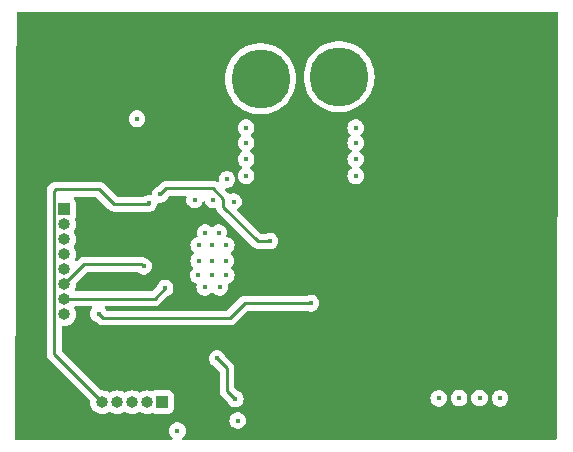
<source format=gbr>
%TF.GenerationSoftware,KiCad,Pcbnew,7.0.9*%
%TF.CreationDate,2023-12-22T17:16:56+01:00*%
%TF.ProjectId,driver_seperate,64726976-6572-45f7-9365-706572617465,rev?*%
%TF.SameCoordinates,Original*%
%TF.FileFunction,Copper,L3,Inr*%
%TF.FilePolarity,Positive*%
%FSLAX46Y46*%
G04 Gerber Fmt 4.6, Leading zero omitted, Abs format (unit mm)*
G04 Created by KiCad (PCBNEW 7.0.9) date 2023-12-22 17:16:56*
%MOMM*%
%LPD*%
G01*
G04 APERTURE LIST*
%TA.AperFunction,ComponentPad*%
%ADD10R,1.000000X1.000000*%
%TD*%
%TA.AperFunction,ComponentPad*%
%ADD11O,1.000000X1.000000*%
%TD*%
%TA.AperFunction,ComponentPad*%
%ADD12C,5.000000*%
%TD*%
%TA.AperFunction,ViaPad*%
%ADD13C,0.400000*%
%TD*%
%TA.AperFunction,Conductor*%
%ADD14C,0.250000*%
%TD*%
G04 APERTURE END LIST*
D10*
%TO.N,/FGOUT*%
%TO.C,J2*%
X147066000Y-111633000D03*
D11*
%TO.N,/PWM*%
X145796000Y-111633000D03*
%TO.N,/BRAKE*%
X144526000Y-111633000D03*
%TO.N,/DIR*%
X143256000Y-111633000D03*
%TO.N,/nFAULT*%
X141986000Y-111633000D03*
%TD*%
D10*
%TO.N,/U*%
%TO.C,J1*%
X138785600Y-95300800D03*
D11*
%TO.N,/V*%
X138785600Y-96570800D03*
%TO.N,/W*%
X138785600Y-97840800D03*
%TO.N,GND*%
X138785600Y-99110800D03*
%TO.N,/H2*%
X138785600Y-100380800D03*
%TO.N,/H1*%
X138785600Y-101650800D03*
%TO.N,/H3*%
X138785600Y-102920800D03*
%TO.N,/SW_BK*%
X138785600Y-104190800D03*
%TD*%
D12*
%TO.N,GND*%
%TO.C,IN-1*%
X162052000Y-84074000D03*
%TD*%
%TO.N,/VM*%
%TO.C,IN+1*%
X155397200Y-84248800D03*
%TD*%
D13*
%TO.N,/AVDD*%
X147472400Y-97942400D03*
X147269200Y-99568000D03*
X159283400Y-109372400D03*
%TO.N,Net-(IC1-ILIM)*%
X151714200Y-107924600D03*
X153263600Y-111353600D03*
%TO.N,Net-(IC1-CP)*%
X156184600Y-97993200D03*
%TO.N,GND*%
X148361400Y-114046000D03*
X153466800Y-113182400D03*
%TO.N,/SW_BK*%
X159664400Y-103251000D03*
%TO.N,/H3*%
X147320000Y-101981000D03*
%TO.N,/H1*%
X145491200Y-100126800D03*
%TO.N,/SW_BK*%
X141681200Y-104140000D03*
%TO.N,Net-(IC1-CP)*%
X146913600Y-94030800D03*
%TO.N,/V*%
X151384000Y-94488000D03*
%TO.N,/W*%
X149809200Y-94488000D03*
%TO.N,/U*%
X153111200Y-94640400D03*
%TO.N,/AVDD*%
X155092400Y-107848400D03*
%TO.N,/nFAULT*%
X145948400Y-94792800D03*
%TO.N,/AVDD*%
X147574000Y-103615500D03*
%TO.N,GND*%
X144932400Y-87630000D03*
X152552400Y-92760800D03*
%TO.N,/AVDD*%
X142036800Y-92405200D03*
X141986000Y-96774000D03*
X141630400Y-99060000D03*
%TO.N,/VM*%
X154178000Y-91059000D03*
X154178000Y-92456000D03*
X154178000Y-89662000D03*
X154178000Y-88392000D03*
%TO.N,GND*%
X163449000Y-88392000D03*
X163449000Y-91059000D03*
X163449000Y-92456000D03*
X163449000Y-89662000D03*
X170484800Y-111302800D03*
X172212000Y-111277400D03*
X173939200Y-111277400D03*
X175666400Y-111302800D03*
X151942800Y-101904800D03*
X150672800Y-101904800D03*
X152501600Y-100888800D03*
X150114000Y-100888800D03*
X151282400Y-100888800D03*
X152450800Y-99669600D03*
X150164800Y-99669600D03*
X151282400Y-99669600D03*
X152501600Y-98348800D03*
X150164800Y-98348800D03*
X151282400Y-98348800D03*
X151841200Y-97282000D03*
X150723600Y-97282000D03*
%TD*%
D14*
%TO.N,Net-(IC1-CP)*%
X155143200Y-97993200D02*
X156184600Y-97993200D01*
X152247600Y-95097600D02*
X155143200Y-97993200D01*
X151384000Y-93522800D02*
X152247600Y-94386400D01*
X147421600Y-93522800D02*
X151384000Y-93522800D01*
X146913600Y-94030800D02*
X147421600Y-93522800D01*
X152247600Y-94386400D02*
X152247600Y-95097600D01*
%TO.N,/H1*%
X145313400Y-99949000D02*
X140487400Y-99949000D01*
X140487400Y-99949000D02*
X138785600Y-101650800D01*
X145491200Y-100126800D02*
X145313400Y-99949000D01*
%TO.N,/SW_BK*%
X154051000Y-103251000D02*
X159664400Y-103251000D01*
X152806400Y-104495600D02*
X154051000Y-103251000D01*
X141681200Y-104140000D02*
X142036800Y-104495600D01*
X142036800Y-104495600D02*
X152806400Y-104495600D01*
%TO.N,/H3*%
X138836400Y-102870000D02*
X138785600Y-102920800D01*
X147320000Y-101981000D02*
X146431000Y-102870000D01*
X146431000Y-102870000D02*
X138836400Y-102870000D01*
%TO.N,Net-(IC1-ILIM)*%
X152552400Y-110642400D02*
X153263600Y-111353600D01*
X152552400Y-108762800D02*
X152552400Y-110642400D01*
X151714200Y-107924600D02*
X152552400Y-108762800D01*
%TO.N,/nFAULT*%
X143002000Y-94869000D02*
X141732000Y-93599000D01*
X145872200Y-94869000D02*
X143002000Y-94869000D01*
X145948400Y-94792800D02*
X145872200Y-94869000D01*
X141732000Y-93599000D02*
X138049000Y-93599000D01*
X137922000Y-93726000D02*
X137922000Y-107569000D01*
X137922000Y-107569000D02*
X141986000Y-111633000D01*
X138049000Y-93599000D02*
X137922000Y-93726000D01*
%TD*%
%TA.AperFunction,Conductor*%
%TO.N,/AVDD*%
G36*
X180536604Y-78581885D02*
G01*
X180582359Y-78634689D01*
X180593564Y-78686634D01*
X180471310Y-113578072D01*
X180467433Y-114684434D01*
X180447514Y-114751405D01*
X180394550Y-114796974D01*
X180343434Y-114808000D01*
X148884606Y-114808000D01*
X148817567Y-114788315D01*
X148771812Y-114735511D01*
X148761868Y-114666353D01*
X148790893Y-114602797D01*
X148802373Y-114591189D01*
X148889583Y-114513929D01*
X148986218Y-114373930D01*
X149046540Y-114214872D01*
X149067045Y-114046000D01*
X149046540Y-113877128D01*
X148986218Y-113718070D01*
X148889583Y-113578071D01*
X148762252Y-113465266D01*
X148762249Y-113465263D01*
X148611626Y-113386210D01*
X148446456Y-113345500D01*
X148276344Y-113345500D01*
X148111173Y-113386210D01*
X147960550Y-113465263D01*
X147833216Y-113578072D01*
X147736582Y-113718068D01*
X147676260Y-113877125D01*
X147676259Y-113877130D01*
X147655755Y-114046000D01*
X147676259Y-114214869D01*
X147676260Y-114214874D01*
X147736582Y-114373931D01*
X147798875Y-114464177D01*
X147833217Y-114513929D01*
X147920422Y-114591185D01*
X147957548Y-114650374D01*
X147956780Y-114720239D01*
X147918363Y-114778599D01*
X147854492Y-114806924D01*
X147838194Y-114808000D01*
X134744435Y-114808000D01*
X134677396Y-114788315D01*
X134631641Y-114735511D01*
X134620436Y-114683566D01*
X134625696Y-113182400D01*
X152761155Y-113182400D01*
X152781659Y-113351269D01*
X152781660Y-113351274D01*
X152841982Y-113510331D01*
X152888741Y-113578072D01*
X152938617Y-113650329D01*
X153015079Y-113718068D01*
X153065950Y-113763136D01*
X153216573Y-113842189D01*
X153216575Y-113842190D01*
X153381744Y-113882900D01*
X153551856Y-113882900D01*
X153717025Y-113842190D01*
X153796492Y-113800481D01*
X153867649Y-113763136D01*
X153867650Y-113763134D01*
X153867652Y-113763134D01*
X153994983Y-113650329D01*
X154091618Y-113510330D01*
X154151940Y-113351272D01*
X154172445Y-113182400D01*
X154151940Y-113013528D01*
X154091618Y-112854470D01*
X153994983Y-112714471D01*
X153867652Y-112601666D01*
X153867649Y-112601663D01*
X153717026Y-112522610D01*
X153551856Y-112481900D01*
X153381744Y-112481900D01*
X153216573Y-112522610D01*
X153065950Y-112601663D01*
X152938616Y-112714472D01*
X152841982Y-112854468D01*
X152781660Y-113013525D01*
X152781659Y-113013530D01*
X152761155Y-113182400D01*
X134625696Y-113182400D01*
X134675407Y-98994918D01*
X134693938Y-93706195D01*
X137291840Y-93706195D01*
X137296225Y-93752583D01*
X137296500Y-93758421D01*
X137296500Y-107486255D01*
X137294775Y-107501872D01*
X137295061Y-107501899D01*
X137294326Y-107509665D01*
X137296500Y-107578814D01*
X137296500Y-107608343D01*
X137296501Y-107608360D01*
X137297368Y-107615231D01*
X137297826Y-107621050D01*
X137299290Y-107667624D01*
X137299291Y-107667627D01*
X137304880Y-107686867D01*
X137308824Y-107705911D01*
X137311336Y-107725791D01*
X137328490Y-107769119D01*
X137330382Y-107774647D01*
X137343381Y-107819388D01*
X137353580Y-107836634D01*
X137362138Y-107854103D01*
X137369514Y-107872732D01*
X137396898Y-107910423D01*
X137400106Y-107915307D01*
X137423827Y-107955416D01*
X137423833Y-107955424D01*
X137437990Y-107969580D01*
X137450628Y-107984376D01*
X137462405Y-108000586D01*
X137462406Y-108000587D01*
X137498309Y-108030288D01*
X137502620Y-108034210D01*
X140096068Y-110627659D01*
X140950014Y-111481605D01*
X140983499Y-111542928D01*
X140985736Y-111581437D01*
X140980659Y-111632997D01*
X140980659Y-111632999D01*
X140999975Y-111829129D01*
X140999976Y-111829132D01*
X141055870Y-112013390D01*
X141057188Y-112017733D01*
X141150086Y-112191532D01*
X141150090Y-112191539D01*
X141275116Y-112343883D01*
X141427460Y-112468909D01*
X141427467Y-112468913D01*
X141601266Y-112561811D01*
X141601269Y-112561811D01*
X141601273Y-112561814D01*
X141789868Y-112619024D01*
X141986000Y-112638341D01*
X142182132Y-112619024D01*
X142370727Y-112561814D01*
X142544538Y-112468910D01*
X142544544Y-112468904D01*
X142549607Y-112465523D01*
X142550703Y-112467164D01*
X142606639Y-112443405D01*
X142675507Y-112455194D01*
X142692148Y-112465888D01*
X142692393Y-112465523D01*
X142697458Y-112468907D01*
X142697462Y-112468910D01*
X142842501Y-112546435D01*
X142869147Y-112560678D01*
X142871273Y-112561814D01*
X143059868Y-112619024D01*
X143256000Y-112638341D01*
X143452132Y-112619024D01*
X143640727Y-112561814D01*
X143814538Y-112468910D01*
X143814544Y-112468904D01*
X143819607Y-112465523D01*
X143820703Y-112467164D01*
X143876639Y-112443405D01*
X143945507Y-112455194D01*
X143962148Y-112465888D01*
X143962393Y-112465523D01*
X143967458Y-112468907D01*
X143967462Y-112468910D01*
X144112501Y-112546435D01*
X144139147Y-112560678D01*
X144141273Y-112561814D01*
X144329868Y-112619024D01*
X144526000Y-112638341D01*
X144722132Y-112619024D01*
X144910727Y-112561814D01*
X145084538Y-112468910D01*
X145084544Y-112468904D01*
X145089607Y-112465523D01*
X145090703Y-112467164D01*
X145146639Y-112443405D01*
X145215507Y-112455194D01*
X145232148Y-112465888D01*
X145232393Y-112465523D01*
X145237458Y-112468907D01*
X145237462Y-112468910D01*
X145382501Y-112546435D01*
X145409147Y-112560678D01*
X145411273Y-112561814D01*
X145599868Y-112619024D01*
X145796000Y-112638341D01*
X145992132Y-112619024D01*
X146180727Y-112561814D01*
X146182853Y-112560677D01*
X146184095Y-112560418D01*
X146186355Y-112559483D01*
X146186532Y-112559911D01*
X146251254Y-112546435D01*
X146315615Y-112570767D01*
X146323669Y-112576796D01*
X146323672Y-112576797D01*
X146458517Y-112627091D01*
X146458516Y-112627091D01*
X146465444Y-112627835D01*
X146518127Y-112633500D01*
X147613872Y-112633499D01*
X147673483Y-112627091D01*
X147808331Y-112576796D01*
X147923546Y-112490546D01*
X148009796Y-112375331D01*
X148060091Y-112240483D01*
X148066500Y-112180873D01*
X148066499Y-111085128D01*
X148061299Y-111036757D01*
X148060091Y-111025516D01*
X148009797Y-110890671D01*
X148009793Y-110890664D01*
X147923547Y-110775455D01*
X147923544Y-110775452D01*
X147808335Y-110689206D01*
X147808328Y-110689202D01*
X147673482Y-110638908D01*
X147673483Y-110638908D01*
X147613883Y-110632501D01*
X147613881Y-110632500D01*
X147613873Y-110632500D01*
X147613864Y-110632500D01*
X146518129Y-110632500D01*
X146518123Y-110632501D01*
X146458516Y-110638908D01*
X146323671Y-110689202D01*
X146323666Y-110689205D01*
X146315614Y-110695233D01*
X146250149Y-110719648D01*
X146186530Y-110706104D01*
X146186359Y-110706518D01*
X146184123Y-110705592D01*
X146182850Y-110705321D01*
X146180729Y-110704187D01*
X146180728Y-110704186D01*
X146180727Y-110704186D01*
X145992132Y-110646976D01*
X145992129Y-110646975D01*
X145796000Y-110627659D01*
X145599870Y-110646975D01*
X145411266Y-110704188D01*
X145237467Y-110797086D01*
X145232399Y-110800473D01*
X145231305Y-110798836D01*
X145175337Y-110822596D01*
X145106471Y-110810795D01*
X145089843Y-110800109D01*
X145089601Y-110800473D01*
X145084532Y-110797086D01*
X144910733Y-110704188D01*
X144910727Y-110704186D01*
X144784997Y-110666046D01*
X144722129Y-110646975D01*
X144526000Y-110627659D01*
X144329870Y-110646975D01*
X144141266Y-110704188D01*
X143967467Y-110797086D01*
X143962399Y-110800473D01*
X143961305Y-110798836D01*
X143905337Y-110822596D01*
X143836471Y-110810795D01*
X143819843Y-110800109D01*
X143819601Y-110800473D01*
X143814532Y-110797086D01*
X143640733Y-110704188D01*
X143640727Y-110704186D01*
X143514997Y-110666046D01*
X143452129Y-110646975D01*
X143256000Y-110627659D01*
X143059870Y-110646975D01*
X142871266Y-110704188D01*
X142697467Y-110797086D01*
X142692399Y-110800473D01*
X142691305Y-110798836D01*
X142635337Y-110822596D01*
X142566471Y-110810795D01*
X142549843Y-110800109D01*
X142549601Y-110800473D01*
X142544532Y-110797086D01*
X142370733Y-110704188D01*
X142370727Y-110704186D01*
X142244997Y-110666046D01*
X142182129Y-110646975D01*
X141986000Y-110627659D01*
X141934439Y-110632737D01*
X141865793Y-110619718D01*
X141834605Y-110597015D01*
X139162191Y-107924600D01*
X151008555Y-107924600D01*
X151029059Y-108093469D01*
X151029060Y-108093474D01*
X151089382Y-108252531D01*
X151123190Y-108301509D01*
X151186017Y-108392529D01*
X151313348Y-108505334D01*
X151463975Y-108584390D01*
X151464145Y-108584432D01*
X151464268Y-108584501D01*
X151470991Y-108587051D01*
X151470603Y-108588073D01*
X151522159Y-108617149D01*
X151890581Y-108985571D01*
X151924066Y-109046894D01*
X151926900Y-109073252D01*
X151926900Y-110559655D01*
X151925175Y-110575272D01*
X151925461Y-110575299D01*
X151924726Y-110583065D01*
X151926900Y-110652214D01*
X151926900Y-110681743D01*
X151926901Y-110681760D01*
X151927768Y-110688631D01*
X151928226Y-110694450D01*
X151929690Y-110741024D01*
X151929691Y-110741027D01*
X151935280Y-110760267D01*
X151939224Y-110779311D01*
X151941736Y-110799192D01*
X151945806Y-110809471D01*
X151958890Y-110842519D01*
X151960782Y-110848047D01*
X151973781Y-110892788D01*
X151983980Y-110910034D01*
X151992538Y-110927503D01*
X151999914Y-110946132D01*
X152027298Y-110983823D01*
X152030506Y-110988707D01*
X152054227Y-111028816D01*
X152054233Y-111028824D01*
X152068390Y-111042980D01*
X152081028Y-111057776D01*
X152092805Y-111073986D01*
X152092806Y-111073987D01*
X152128709Y-111103688D01*
X152133020Y-111107610D01*
X152379010Y-111353600D01*
X152578318Y-111552908D01*
X152606579Y-111596618D01*
X152638782Y-111681530D01*
X152638782Y-111681531D01*
X152700351Y-111770727D01*
X152735417Y-111821529D01*
X152805409Y-111883536D01*
X152862750Y-111934336D01*
X152994150Y-112003300D01*
X153013375Y-112013390D01*
X153178544Y-112054100D01*
X153348656Y-112054100D01*
X153513825Y-112013390D01*
X153610617Y-111962589D01*
X153664449Y-111934336D01*
X153664450Y-111934334D01*
X153664452Y-111934334D01*
X153791783Y-111821529D01*
X153888418Y-111681530D01*
X153948740Y-111522472D01*
X153969245Y-111353600D01*
X153963077Y-111302800D01*
X169779155Y-111302800D01*
X169799659Y-111471669D01*
X169799660Y-111471674D01*
X169859982Y-111630731D01*
X169922275Y-111720977D01*
X169956617Y-111770729D01*
X170062305Y-111864360D01*
X170083950Y-111883536D01*
X170234573Y-111962589D01*
X170234575Y-111962590D01*
X170399744Y-112003300D01*
X170569856Y-112003300D01*
X170735025Y-111962590D01*
X170814492Y-111920881D01*
X170885649Y-111883536D01*
X170885650Y-111883534D01*
X170885652Y-111883534D01*
X171012983Y-111770729D01*
X171109618Y-111630730D01*
X171169940Y-111471672D01*
X171190445Y-111302800D01*
X171187361Y-111277400D01*
X171506355Y-111277400D01*
X171526859Y-111446269D01*
X171526860Y-111446274D01*
X171587182Y-111605331D01*
X171606281Y-111633000D01*
X171683817Y-111745329D01*
X171789505Y-111838960D01*
X171811150Y-111858136D01*
X171956333Y-111934334D01*
X171961775Y-111937190D01*
X172126944Y-111977900D01*
X172297056Y-111977900D01*
X172462225Y-111937190D01*
X172564457Y-111883534D01*
X172612849Y-111858136D01*
X172612850Y-111858134D01*
X172612852Y-111858134D01*
X172740183Y-111745329D01*
X172836818Y-111605330D01*
X172897140Y-111446272D01*
X172917645Y-111277400D01*
X173233555Y-111277400D01*
X173254059Y-111446269D01*
X173254060Y-111446274D01*
X173314382Y-111605331D01*
X173333481Y-111633000D01*
X173411017Y-111745329D01*
X173516705Y-111838960D01*
X173538350Y-111858136D01*
X173683533Y-111934334D01*
X173688975Y-111937190D01*
X173854144Y-111977900D01*
X174024256Y-111977900D01*
X174189425Y-111937190D01*
X174291657Y-111883534D01*
X174340049Y-111858136D01*
X174340050Y-111858134D01*
X174340052Y-111858134D01*
X174467383Y-111745329D01*
X174564018Y-111605330D01*
X174624340Y-111446272D01*
X174641761Y-111302800D01*
X174960755Y-111302800D01*
X174981259Y-111471669D01*
X174981260Y-111471674D01*
X175041582Y-111630731D01*
X175103875Y-111720977D01*
X175138217Y-111770729D01*
X175243905Y-111864360D01*
X175265550Y-111883536D01*
X175416173Y-111962589D01*
X175416175Y-111962590D01*
X175581344Y-112003300D01*
X175751456Y-112003300D01*
X175916625Y-111962590D01*
X175996092Y-111920881D01*
X176067249Y-111883536D01*
X176067250Y-111883534D01*
X176067252Y-111883534D01*
X176194583Y-111770729D01*
X176291218Y-111630730D01*
X176351540Y-111471672D01*
X176372045Y-111302800D01*
X176351540Y-111133928D01*
X176291218Y-110974870D01*
X176271381Y-110946132D01*
X176233094Y-110890664D01*
X176194583Y-110834871D01*
X176067252Y-110722066D01*
X176067249Y-110722063D01*
X175916626Y-110643010D01*
X175751456Y-110602300D01*
X175581344Y-110602300D01*
X175416173Y-110643010D01*
X175265550Y-110722063D01*
X175138216Y-110834872D01*
X175041582Y-110974868D01*
X174981260Y-111133925D01*
X174981259Y-111133930D01*
X174960755Y-111302800D01*
X174641761Y-111302800D01*
X174644845Y-111277400D01*
X174624340Y-111108528D01*
X174622504Y-111103688D01*
X174564017Y-110949468D01*
X174494010Y-110848047D01*
X174467383Y-110809471D01*
X174351173Y-110706518D01*
X174340049Y-110696663D01*
X174189426Y-110617610D01*
X174024256Y-110576900D01*
X173854144Y-110576900D01*
X173688973Y-110617610D01*
X173538350Y-110696663D01*
X173411016Y-110809472D01*
X173314382Y-110949468D01*
X173254060Y-111108525D01*
X173254059Y-111108530D01*
X173233555Y-111277400D01*
X172917645Y-111277400D01*
X172897140Y-111108528D01*
X172895304Y-111103688D01*
X172836817Y-110949468D01*
X172766810Y-110848047D01*
X172740183Y-110809471D01*
X172623973Y-110706518D01*
X172612849Y-110696663D01*
X172462226Y-110617610D01*
X172297056Y-110576900D01*
X172126944Y-110576900D01*
X171961773Y-110617610D01*
X171811150Y-110696663D01*
X171683816Y-110809472D01*
X171587182Y-110949468D01*
X171526860Y-111108525D01*
X171526859Y-111108530D01*
X171506355Y-111277400D01*
X171187361Y-111277400D01*
X171169940Y-111133928D01*
X171109618Y-110974870D01*
X171089781Y-110946132D01*
X171051494Y-110890664D01*
X171012983Y-110834871D01*
X170885652Y-110722066D01*
X170885649Y-110722063D01*
X170735026Y-110643010D01*
X170569856Y-110602300D01*
X170399744Y-110602300D01*
X170234573Y-110643010D01*
X170083950Y-110722063D01*
X169956616Y-110834872D01*
X169859982Y-110974868D01*
X169799660Y-111133925D01*
X169799659Y-111133930D01*
X169779155Y-111302800D01*
X153963077Y-111302800D01*
X153948740Y-111184728D01*
X153888418Y-111025670D01*
X153888312Y-111025517D01*
X153853352Y-110974868D01*
X153791783Y-110885671D01*
X153671735Y-110779318D01*
X153664449Y-110772863D01*
X153513828Y-110693811D01*
X153513824Y-110693809D01*
X153513635Y-110693763D01*
X153513499Y-110693686D01*
X153506816Y-110691152D01*
X153507201Y-110690134D01*
X153455641Y-110661050D01*
X153214219Y-110419628D01*
X153180734Y-110358305D01*
X153177900Y-110331947D01*
X153177900Y-108845542D01*
X153179624Y-108829922D01*
X153179339Y-108829896D01*
X153180071Y-108822140D01*
X153180073Y-108822133D01*
X153177900Y-108752985D01*
X153177900Y-108723450D01*
X153177031Y-108716572D01*
X153176572Y-108710743D01*
X153175109Y-108664172D01*
X153169522Y-108644944D01*
X153165574Y-108625884D01*
X153163063Y-108606004D01*
X153145912Y-108562687D01*
X153144019Y-108557158D01*
X153131018Y-108512409D01*
X153131016Y-108512406D01*
X153120823Y-108495171D01*
X153112261Y-108477694D01*
X153104887Y-108459070D01*
X153104886Y-108459068D01*
X153077479Y-108421345D01*
X153074288Y-108416486D01*
X153050572Y-108376383D01*
X153050565Y-108376374D01*
X153036406Y-108362215D01*
X153023768Y-108347419D01*
X153011994Y-108331213D01*
X152976088Y-108301509D01*
X152971776Y-108297586D01*
X152399480Y-107725289D01*
X152371219Y-107681579D01*
X152347156Y-107618130D01*
X152339018Y-107596670D01*
X152242383Y-107456671D01*
X152147516Y-107372626D01*
X152115049Y-107343863D01*
X151964426Y-107264810D01*
X151799256Y-107224100D01*
X151629144Y-107224100D01*
X151463973Y-107264810D01*
X151313350Y-107343863D01*
X151186016Y-107456672D01*
X151089382Y-107596668D01*
X151029060Y-107755725D01*
X151029059Y-107755730D01*
X151008555Y-107924600D01*
X139162191Y-107924600D01*
X138583819Y-107346228D01*
X138550334Y-107284905D01*
X138547500Y-107258547D01*
X138547500Y-105309503D01*
X138567185Y-105242464D01*
X138619989Y-105196709D01*
X138683652Y-105186100D01*
X138785600Y-105196141D01*
X138981732Y-105176824D01*
X139170327Y-105119614D01*
X139172769Y-105118309D01*
X139283080Y-105059346D01*
X139344138Y-105026710D01*
X139496483Y-104901683D01*
X139621510Y-104749338D01*
X139714414Y-104575527D01*
X139771624Y-104386932D01*
X139790941Y-104190800D01*
X139771624Y-103994668D01*
X139714414Y-103806073D01*
X139645931Y-103677951D01*
X139631690Y-103609551D01*
X139656690Y-103544307D01*
X139712994Y-103502936D01*
X139755290Y-103495500D01*
X141038633Y-103495500D01*
X141105672Y-103515185D01*
X141151427Y-103567989D01*
X141161371Y-103637147D01*
X141140683Y-103689940D01*
X141056382Y-103812068D01*
X140996060Y-103971125D01*
X140996059Y-103971130D01*
X140975555Y-104140000D01*
X140996059Y-104308869D01*
X140996060Y-104308874D01*
X141056382Y-104467931D01*
X141118675Y-104558177D01*
X141153017Y-104607929D01*
X141280348Y-104720734D01*
X141430975Y-104799790D01*
X141431146Y-104799832D01*
X141431269Y-104799901D01*
X141437993Y-104802452D01*
X141437605Y-104803474D01*
X141489156Y-104832548D01*
X141535995Y-104879386D01*
X141545820Y-104891649D01*
X141546042Y-104891467D01*
X141551015Y-104897479D01*
X141601435Y-104944825D01*
X141622330Y-104965721D01*
X141627807Y-104969970D01*
X141632248Y-104973763D01*
X141666211Y-105005656D01*
X141666213Y-105005657D01*
X141666218Y-105005662D01*
X141683776Y-105015314D01*
X141700035Y-105025995D01*
X141715864Y-105038273D01*
X141758638Y-105056782D01*
X141763856Y-105059338D01*
X141804708Y-105081797D01*
X141824116Y-105086780D01*
X141842517Y-105093080D01*
X141860904Y-105101037D01*
X141904288Y-105107908D01*
X141906919Y-105108325D01*
X141912639Y-105109509D01*
X141957781Y-105121100D01*
X141977816Y-105121100D01*
X141997214Y-105122626D01*
X142016994Y-105125759D01*
X142016995Y-105125760D01*
X142016995Y-105125759D01*
X142016996Y-105125760D01*
X142063384Y-105121375D01*
X142069222Y-105121100D01*
X152723657Y-105121100D01*
X152739277Y-105122824D01*
X152739304Y-105122539D01*
X152747060Y-105123271D01*
X152747067Y-105123273D01*
X152816214Y-105121100D01*
X152845750Y-105121100D01*
X152852628Y-105120230D01*
X152858441Y-105119772D01*
X152905027Y-105118309D01*
X152924269Y-105112717D01*
X152943312Y-105108774D01*
X152963192Y-105106264D01*
X153006522Y-105089107D01*
X153012046Y-105087217D01*
X153015796Y-105086127D01*
X153056790Y-105074218D01*
X153074029Y-105064022D01*
X153091503Y-105055462D01*
X153110127Y-105048088D01*
X153110127Y-105048087D01*
X153110132Y-105048086D01*
X153147849Y-105020682D01*
X153152705Y-105017492D01*
X153192820Y-104993770D01*
X153206989Y-104979599D01*
X153221779Y-104966968D01*
X153237987Y-104955194D01*
X153267699Y-104919276D01*
X153271612Y-104914976D01*
X154273772Y-103912819D01*
X154335095Y-103879334D01*
X154361453Y-103876500D01*
X159318279Y-103876500D01*
X159375904Y-103890703D01*
X159414175Y-103910790D01*
X159579344Y-103951500D01*
X159749456Y-103951500D01*
X159914625Y-103910790D01*
X160029659Y-103850415D01*
X160065249Y-103831736D01*
X160065250Y-103831734D01*
X160065252Y-103831734D01*
X160192583Y-103718929D01*
X160289218Y-103578930D01*
X160349540Y-103419872D01*
X160370045Y-103251000D01*
X160349540Y-103082128D01*
X160289218Y-102923070D01*
X160192583Y-102783071D01*
X160068958Y-102673549D01*
X160065249Y-102670263D01*
X159914626Y-102591210D01*
X159749456Y-102550500D01*
X159579344Y-102550500D01*
X159414175Y-102591209D01*
X159389162Y-102604337D01*
X159375904Y-102611296D01*
X159318279Y-102625500D01*
X154133737Y-102625500D01*
X154118120Y-102623776D01*
X154118093Y-102624062D01*
X154110331Y-102623327D01*
X154041203Y-102625500D01*
X154011650Y-102625500D01*
X154010929Y-102625590D01*
X154004757Y-102626369D01*
X153998945Y-102626826D01*
X153952373Y-102628290D01*
X153952372Y-102628290D01*
X153933129Y-102633881D01*
X153914079Y-102637825D01*
X153894211Y-102640334D01*
X153894209Y-102640335D01*
X153850884Y-102657488D01*
X153845357Y-102659380D01*
X153800610Y-102672381D01*
X153800609Y-102672382D01*
X153783367Y-102682579D01*
X153765899Y-102691137D01*
X153747269Y-102698513D01*
X153747267Y-102698514D01*
X153709576Y-102725898D01*
X153704694Y-102729105D01*
X153664579Y-102752830D01*
X153650408Y-102767000D01*
X153635623Y-102779628D01*
X153619412Y-102791407D01*
X153589709Y-102827310D01*
X153585776Y-102831631D01*
X153070304Y-103347105D01*
X152583628Y-103833781D01*
X152522305Y-103867266D01*
X152495947Y-103870100D01*
X142411153Y-103870100D01*
X142344114Y-103850415D01*
X142309103Y-103816540D01*
X142306016Y-103812068D01*
X142221716Y-103689939D01*
X142199834Y-103623586D01*
X142217299Y-103555934D01*
X142268567Y-103508464D01*
X142323767Y-103495500D01*
X146348257Y-103495500D01*
X146363877Y-103497224D01*
X146363904Y-103496939D01*
X146371660Y-103497671D01*
X146371667Y-103497673D01*
X146440814Y-103495500D01*
X146470350Y-103495500D01*
X146477228Y-103494630D01*
X146483041Y-103494172D01*
X146529627Y-103492709D01*
X146548869Y-103487117D01*
X146567912Y-103483174D01*
X146587792Y-103480664D01*
X146631122Y-103463507D01*
X146636646Y-103461617D01*
X146640396Y-103460527D01*
X146681390Y-103448618D01*
X146698629Y-103438422D01*
X146716103Y-103429862D01*
X146734727Y-103422488D01*
X146734727Y-103422487D01*
X146734732Y-103422486D01*
X146772449Y-103395082D01*
X146777305Y-103391892D01*
X146817420Y-103368170D01*
X146831589Y-103353999D01*
X146846379Y-103341368D01*
X146862587Y-103329594D01*
X146892299Y-103293676D01*
X146896212Y-103289376D01*
X147512042Y-102673547D01*
X147563597Y-102644474D01*
X147563209Y-102643451D01*
X147569940Y-102640897D01*
X147570059Y-102640830D01*
X147570225Y-102640790D01*
X147720852Y-102561734D01*
X147848183Y-102448929D01*
X147944818Y-102308930D01*
X148005140Y-102149872D01*
X148025645Y-101981000D01*
X148005140Y-101812128D01*
X147944818Y-101653070D01*
X147848183Y-101513071D01*
X147720852Y-101400266D01*
X147720849Y-101400263D01*
X147570226Y-101321210D01*
X147405056Y-101280500D01*
X147234944Y-101280500D01*
X147069773Y-101321210D01*
X146919150Y-101400263D01*
X146791816Y-101513072D01*
X146695183Y-101653067D01*
X146662979Y-101737981D01*
X146634718Y-101781690D01*
X146208228Y-102208181D01*
X146146905Y-102241666D01*
X146120547Y-102244500D01*
X139809597Y-102244500D01*
X139742558Y-102224815D01*
X139696803Y-102172011D01*
X139686859Y-102102853D01*
X139700239Y-102062046D01*
X139714412Y-102035530D01*
X139714414Y-102035527D01*
X139771624Y-101846932D01*
X139790941Y-101650800D01*
X139785862Y-101599237D01*
X139798880Y-101530594D01*
X139821581Y-101499407D01*
X140432189Y-100888800D01*
X149408355Y-100888800D01*
X149428859Y-101057669D01*
X149428860Y-101057674D01*
X149489182Y-101216731D01*
X149551475Y-101306977D01*
X149585817Y-101356729D01*
X149691505Y-101450360D01*
X149713150Y-101469536D01*
X149863774Y-101548590D01*
X149889957Y-101555043D01*
X149906141Y-101559032D01*
X149966522Y-101594187D01*
X149998312Y-101656406D01*
X149992413Y-101723393D01*
X149987661Y-101735924D01*
X149987659Y-101735930D01*
X149967155Y-101904800D01*
X149987659Y-102073669D01*
X149987660Y-102073674D01*
X150047982Y-102232731D01*
X150056106Y-102244500D01*
X150144617Y-102372729D01*
X150250305Y-102466360D01*
X150271950Y-102485536D01*
X150395729Y-102550500D01*
X150422575Y-102564590D01*
X150587744Y-102605300D01*
X150757856Y-102605300D01*
X150923025Y-102564590D01*
X151002492Y-102522881D01*
X151073649Y-102485536D01*
X151073650Y-102485534D01*
X151073652Y-102485534D01*
X151200983Y-102372729D01*
X151205750Y-102365821D01*
X151260030Y-102321833D01*
X151329478Y-102314172D01*
X151392044Y-102345273D01*
X151409846Y-102365817D01*
X151414617Y-102372729D01*
X151500627Y-102448927D01*
X151541950Y-102485536D01*
X151665729Y-102550500D01*
X151692575Y-102564590D01*
X151857744Y-102605300D01*
X152027856Y-102605300D01*
X152193025Y-102564590D01*
X152272492Y-102522881D01*
X152343649Y-102485536D01*
X152343650Y-102485534D01*
X152343652Y-102485534D01*
X152470983Y-102372729D01*
X152567618Y-102232730D01*
X152627940Y-102073672D01*
X152648445Y-101904800D01*
X152627940Y-101735928D01*
X152623187Y-101723397D01*
X152617822Y-101653735D01*
X152650971Y-101592229D01*
X152709456Y-101559032D01*
X152751825Y-101548590D01*
X152786113Y-101530594D01*
X152902449Y-101469536D01*
X152902450Y-101469534D01*
X152902452Y-101469534D01*
X153029783Y-101356729D01*
X153126418Y-101216730D01*
X153186740Y-101057672D01*
X153207245Y-100888800D01*
X153186740Y-100719928D01*
X153182040Y-100707536D01*
X153139258Y-100594727D01*
X153126418Y-100560870D01*
X153029783Y-100420871D01*
X153029781Y-100420869D01*
X152949236Y-100349512D01*
X152912109Y-100290323D01*
X152912877Y-100220457D01*
X152949234Y-100163883D01*
X152978983Y-100137529D01*
X153075618Y-99997530D01*
X153135940Y-99838472D01*
X153156445Y-99669600D01*
X153135940Y-99500728D01*
X153131645Y-99489404D01*
X153086507Y-99370382D01*
X153075618Y-99341670D01*
X153073317Y-99338337D01*
X152983470Y-99208172D01*
X152978983Y-99201671D01*
X152952773Y-99178451D01*
X152891281Y-99123973D01*
X152854154Y-99064784D01*
X152854922Y-98994918D01*
X152893340Y-98936559D01*
X152902058Y-98929881D01*
X152902446Y-98929536D01*
X152902452Y-98929534D01*
X153029783Y-98816729D01*
X153126418Y-98676730D01*
X153186740Y-98517672D01*
X153207245Y-98348800D01*
X153186740Y-98179928D01*
X153126418Y-98020870D01*
X153029783Y-97880871D01*
X152902452Y-97768066D01*
X152902449Y-97768063D01*
X152751826Y-97689010D01*
X152598922Y-97651323D01*
X152538541Y-97616167D01*
X152506753Y-97553947D01*
X152512654Y-97486957D01*
X152526340Y-97450872D01*
X152546845Y-97282000D01*
X152526340Y-97113128D01*
X152466018Y-96954070D01*
X152369383Y-96814071D01*
X152242052Y-96701266D01*
X152242049Y-96701263D01*
X152091426Y-96622210D01*
X151926256Y-96581500D01*
X151756144Y-96581500D01*
X151590973Y-96622210D01*
X151440350Y-96701263D01*
X151364627Y-96768349D01*
X151301394Y-96798070D01*
X151232130Y-96788886D01*
X151200173Y-96768349D01*
X151124449Y-96701263D01*
X150973826Y-96622210D01*
X150808656Y-96581500D01*
X150638544Y-96581500D01*
X150473373Y-96622210D01*
X150322750Y-96701263D01*
X150195416Y-96814072D01*
X150098782Y-96954068D01*
X150038460Y-97113125D01*
X150038459Y-97113130D01*
X150017955Y-97282000D01*
X150038459Y-97450869D01*
X150038461Y-97450877D01*
X150060829Y-97509857D01*
X150066196Y-97579520D01*
X150033048Y-97641026D01*
X149974563Y-97674224D01*
X149914572Y-97689010D01*
X149763950Y-97768063D01*
X149636616Y-97880872D01*
X149539982Y-98020868D01*
X149479660Y-98179925D01*
X149479659Y-98179930D01*
X149459155Y-98348800D01*
X149479659Y-98517669D01*
X149479660Y-98517674D01*
X149539982Y-98676731D01*
X149636618Y-98816730D01*
X149749105Y-98916385D01*
X149786232Y-98975574D01*
X149785464Y-99045439D01*
X149749105Y-99102015D01*
X149636618Y-99201669D01*
X149539982Y-99341668D01*
X149479660Y-99500725D01*
X149479659Y-99500730D01*
X149459155Y-99669600D01*
X149479659Y-99838469D01*
X149479660Y-99838474D01*
X149539982Y-99997531D01*
X149580599Y-100056374D01*
X149636617Y-100137529D01*
X149666363Y-100163882D01*
X149703490Y-100223071D01*
X149702722Y-100292936D01*
X149666364Y-100349512D01*
X149585816Y-100420871D01*
X149489182Y-100560868D01*
X149428860Y-100719925D01*
X149428859Y-100719930D01*
X149408355Y-100888800D01*
X140432189Y-100888800D01*
X140710171Y-100610819D01*
X140771494Y-100577334D01*
X140797852Y-100574500D01*
X144893156Y-100574500D01*
X144960195Y-100594185D01*
X144975383Y-100605684D01*
X145090350Y-100707536D01*
X145240973Y-100786589D01*
X145240975Y-100786590D01*
X145406144Y-100827300D01*
X145576256Y-100827300D01*
X145741425Y-100786590D01*
X145868434Y-100719930D01*
X145892049Y-100707536D01*
X145892050Y-100707534D01*
X145892052Y-100707534D01*
X146019383Y-100594729D01*
X146116018Y-100454730D01*
X146176340Y-100295672D01*
X146196845Y-100126800D01*
X146176340Y-99957928D01*
X146116018Y-99798870D01*
X146019383Y-99658871D01*
X145892052Y-99546066D01*
X145892049Y-99546063D01*
X145741425Y-99467009D01*
X145741421Y-99467008D01*
X145735603Y-99465574D01*
X145691629Y-99441676D01*
X145690289Y-99443521D01*
X145683977Y-99438934D01*
X145666429Y-99429288D01*
X145650163Y-99418604D01*
X145634333Y-99406325D01*
X145591568Y-99387818D01*
X145586322Y-99385248D01*
X145545493Y-99362803D01*
X145545492Y-99362802D01*
X145526093Y-99357822D01*
X145507681Y-99351518D01*
X145489298Y-99343562D01*
X145489292Y-99343560D01*
X145443274Y-99336272D01*
X145437552Y-99335087D01*
X145392421Y-99323500D01*
X145392419Y-99323500D01*
X145372384Y-99323500D01*
X145352986Y-99321973D01*
X145345562Y-99320797D01*
X145333205Y-99318840D01*
X145333204Y-99318840D01*
X145286816Y-99323225D01*
X145280978Y-99323500D01*
X140570143Y-99323500D01*
X140554522Y-99321775D01*
X140554495Y-99322061D01*
X140546733Y-99321326D01*
X140477572Y-99323500D01*
X140448049Y-99323500D01*
X140441178Y-99324367D01*
X140435359Y-99324825D01*
X140388774Y-99326289D01*
X140388768Y-99326290D01*
X140369526Y-99331880D01*
X140350487Y-99335823D01*
X140330617Y-99338334D01*
X140330603Y-99338337D01*
X140287283Y-99355488D01*
X140281758Y-99357380D01*
X140237013Y-99370380D01*
X140237010Y-99370381D01*
X140219766Y-99380579D01*
X140202305Y-99389133D01*
X140183674Y-99396510D01*
X140183662Y-99396517D01*
X140145970Y-99423902D01*
X140141087Y-99427109D01*
X140100980Y-99450829D01*
X140086814Y-99464995D01*
X140072024Y-99477627D01*
X140055814Y-99489404D01*
X140055811Y-99489407D01*
X140026110Y-99525309D01*
X140022177Y-99529631D01*
X139912952Y-99638856D01*
X139851629Y-99672341D01*
X139781937Y-99667357D01*
X139726004Y-99625485D01*
X139701587Y-99560021D01*
X139713959Y-99501936D01*
X139712082Y-99501159D01*
X139714409Y-99495539D01*
X139714410Y-99495532D01*
X139714414Y-99495527D01*
X139771624Y-99306932D01*
X139790941Y-99110800D01*
X139771624Y-98914668D01*
X139714414Y-98726073D01*
X139621510Y-98552262D01*
X139621507Y-98552258D01*
X139618123Y-98547193D01*
X139619764Y-98546096D01*
X139596005Y-98490161D01*
X139607794Y-98421293D01*
X139618488Y-98404651D01*
X139618123Y-98404407D01*
X139621504Y-98399344D01*
X139621510Y-98399338D01*
X139714414Y-98225527D01*
X139771624Y-98036932D01*
X139790941Y-97840800D01*
X139771624Y-97644668D01*
X139714414Y-97456073D01*
X139711632Y-97450869D01*
X139701586Y-97432075D01*
X139621510Y-97282262D01*
X139621507Y-97282258D01*
X139618123Y-97277193D01*
X139619764Y-97276096D01*
X139596005Y-97220161D01*
X139607794Y-97151293D01*
X139618488Y-97134651D01*
X139618123Y-97134407D01*
X139621504Y-97129344D01*
X139621510Y-97129338D01*
X139714414Y-96955527D01*
X139771624Y-96766932D01*
X139790941Y-96570800D01*
X139771624Y-96374668D01*
X139714414Y-96186073D01*
X139713277Y-96183946D01*
X139713018Y-96182704D01*
X139712083Y-96180445D01*
X139712511Y-96180267D01*
X139699035Y-96115546D01*
X139723371Y-96051179D01*
X139729396Y-96043131D01*
X139779691Y-95908283D01*
X139786100Y-95848673D01*
X139786099Y-94752928D01*
X139779691Y-94693317D01*
X139779553Y-94692948D01*
X139729397Y-94558471D01*
X139729393Y-94558464D01*
X139643147Y-94443255D01*
X139636875Y-94436983D01*
X139639289Y-94434568D01*
X139607297Y-94391816D01*
X139602323Y-94322123D01*
X139635817Y-94260805D01*
X139697146Y-94227330D01*
X139723485Y-94224500D01*
X141421548Y-94224500D01*
X141488587Y-94244185D01*
X141509228Y-94260818D01*
X142014505Y-94766096D01*
X142501197Y-95252788D01*
X142511022Y-95265051D01*
X142511243Y-95264869D01*
X142516214Y-95270878D01*
X142542217Y-95295295D01*
X142566635Y-95318226D01*
X142587529Y-95339120D01*
X142593011Y-95343373D01*
X142597443Y-95347157D01*
X142631418Y-95379062D01*
X142648976Y-95388714D01*
X142665235Y-95399395D01*
X142681064Y-95411673D01*
X142723838Y-95430182D01*
X142729056Y-95432738D01*
X142769908Y-95455197D01*
X142789316Y-95460180D01*
X142807717Y-95466480D01*
X142826104Y-95474437D01*
X142869488Y-95481308D01*
X142872119Y-95481725D01*
X142877839Y-95482909D01*
X142922981Y-95494500D01*
X142943016Y-95494500D01*
X142962414Y-95496026D01*
X142982194Y-95499159D01*
X142982195Y-95499160D01*
X142982195Y-95499159D01*
X142982196Y-95499160D01*
X143028584Y-95494775D01*
X143034422Y-95494500D01*
X145789457Y-95494500D01*
X145805077Y-95496224D01*
X145805104Y-95495939D01*
X145812860Y-95496671D01*
X145812867Y-95496673D01*
X145882014Y-95494500D01*
X145911550Y-95494500D01*
X145911553Y-95494499D01*
X145911560Y-95494499D01*
X145917171Y-95493790D01*
X145924953Y-95493300D01*
X146033456Y-95493300D01*
X146198625Y-95452590D01*
X146299977Y-95399396D01*
X146349249Y-95373536D01*
X146349250Y-95373534D01*
X146349252Y-95373534D01*
X146476583Y-95260729D01*
X146573218Y-95120730D01*
X146633540Y-94961672D01*
X146649495Y-94830271D01*
X146677115Y-94766096D01*
X146735049Y-94727039D01*
X146802264Y-94724823D01*
X146811256Y-94727039D01*
X146828542Y-94731299D01*
X146828543Y-94731300D01*
X146828544Y-94731300D01*
X146998656Y-94731300D01*
X147163825Y-94690590D01*
X147259453Y-94640400D01*
X147314449Y-94611536D01*
X147314450Y-94611534D01*
X147314452Y-94611534D01*
X147441783Y-94498729D01*
X147538418Y-94358730D01*
X147570619Y-94273820D01*
X147598881Y-94230109D01*
X147644375Y-94184617D01*
X147705699Y-94151133D01*
X147732054Y-94148300D01*
X149009202Y-94148300D01*
X149076241Y-94167985D01*
X149121996Y-94220789D01*
X149131940Y-94289947D01*
X149125142Y-94316275D01*
X149124061Y-94319124D01*
X149124059Y-94319130D01*
X149103555Y-94488000D01*
X149124059Y-94656869D01*
X149124060Y-94656874D01*
X149184382Y-94815931D01*
X149246675Y-94906177D01*
X149281017Y-94955929D01*
X149386705Y-95049560D01*
X149408350Y-95068736D01*
X149558973Y-95147789D01*
X149558975Y-95147790D01*
X149724144Y-95188500D01*
X149894256Y-95188500D01*
X150059425Y-95147790D01*
X150138892Y-95106081D01*
X150210049Y-95068736D01*
X150210050Y-95068734D01*
X150210052Y-95068734D01*
X150337383Y-94955929D01*
X150434018Y-94815930D01*
X150480658Y-94692947D01*
X150522835Y-94637246D01*
X150588433Y-94613188D01*
X150656623Y-94628415D01*
X150705757Y-94678090D01*
X150712539Y-94692943D01*
X150734803Y-94751648D01*
X150759182Y-94815931D01*
X150821475Y-94906177D01*
X150855817Y-94955929D01*
X150961505Y-95049560D01*
X150983150Y-95068736D01*
X151133773Y-95147789D01*
X151133775Y-95147790D01*
X151298944Y-95188500D01*
X151469054Y-95188500D01*
X151469056Y-95188500D01*
X151493126Y-95182567D01*
X151562927Y-95185636D01*
X151619990Y-95225955D01*
X151638093Y-95257317D01*
X151654089Y-95297718D01*
X151655982Y-95303246D01*
X151668981Y-95347988D01*
X151679180Y-95365234D01*
X151687736Y-95382700D01*
X151695114Y-95401332D01*
X151717937Y-95432746D01*
X151722498Y-95439023D01*
X151725706Y-95443907D01*
X151749427Y-95484016D01*
X151749433Y-95484024D01*
X151763590Y-95498180D01*
X151776228Y-95512976D01*
X151788005Y-95529186D01*
X151788006Y-95529187D01*
X151823909Y-95558888D01*
X151828220Y-95562810D01*
X153378535Y-97113125D01*
X154642394Y-98376984D01*
X154652219Y-98389248D01*
X154652440Y-98389066D01*
X154657410Y-98395073D01*
X154657413Y-98395076D01*
X154657414Y-98395077D01*
X154707851Y-98442441D01*
X154726537Y-98461127D01*
X154728729Y-98463319D01*
X154734204Y-98467566D01*
X154738646Y-98471360D01*
X154772615Y-98503260D01*
X154772617Y-98503261D01*
X154772618Y-98503262D01*
X154790176Y-98512914D01*
X154806437Y-98523596D01*
X154822264Y-98535873D01*
X154865023Y-98554376D01*
X154870273Y-98556948D01*
X154911104Y-98579395D01*
X154911108Y-98579397D01*
X154911112Y-98579398D01*
X154930511Y-98584379D01*
X154948922Y-98590683D01*
X154967297Y-98598635D01*
X154967300Y-98598635D01*
X154967305Y-98598638D01*
X155013349Y-98605929D01*
X155019032Y-98607106D01*
X155064181Y-98618700D01*
X155084216Y-98618700D01*
X155103613Y-98620226D01*
X155123396Y-98623360D01*
X155169784Y-98618975D01*
X155175622Y-98618700D01*
X155838479Y-98618700D01*
X155896104Y-98632903D01*
X155934375Y-98652990D01*
X156099544Y-98693700D01*
X156269656Y-98693700D01*
X156434825Y-98652990D01*
X156560929Y-98586805D01*
X156585449Y-98573936D01*
X156585450Y-98573934D01*
X156585452Y-98573934D01*
X156712783Y-98461129D01*
X156809418Y-98321130D01*
X156869740Y-98162072D01*
X156890245Y-97993200D01*
X156869740Y-97824328D01*
X156809418Y-97665270D01*
X156797704Y-97648300D01*
X156771219Y-97609930D01*
X156712783Y-97525271D01*
X156585452Y-97412466D01*
X156585449Y-97412463D01*
X156434826Y-97333410D01*
X156269656Y-97292700D01*
X156099544Y-97292700D01*
X155934375Y-97333409D01*
X155909362Y-97346537D01*
X155896104Y-97353496D01*
X155838479Y-97367700D01*
X155453652Y-97367700D01*
X155386613Y-97348015D01*
X155365971Y-97331381D01*
X153463113Y-95428522D01*
X153429628Y-95367199D01*
X153434612Y-95297507D01*
X153476484Y-95241574D01*
X153493159Y-95231049D01*
X153512052Y-95221134D01*
X153639383Y-95108329D01*
X153736018Y-94968330D01*
X153796340Y-94809272D01*
X153816845Y-94640400D01*
X153796340Y-94471528D01*
X153736018Y-94312470D01*
X153732041Y-94306709D01*
X153700356Y-94260805D01*
X153639383Y-94172471D01*
X153512052Y-94059666D01*
X153512049Y-94059663D01*
X153361426Y-93980610D01*
X153196256Y-93939900D01*
X153026144Y-93939900D01*
X152860973Y-93980610D01*
X152860968Y-93980612D01*
X152857661Y-93982348D01*
X152854973Y-93982886D01*
X152853964Y-93983269D01*
X152853900Y-93983101D01*
X152789152Y-93996068D01*
X152724101Y-93970570D01*
X152709653Y-93957431D01*
X152707194Y-93954812D01*
X152671288Y-93925109D01*
X152666976Y-93921186D01*
X152418770Y-93672980D01*
X152385286Y-93611658D01*
X152390270Y-93541966D01*
X152432142Y-93486033D01*
X152497606Y-93461616D01*
X152506452Y-93461300D01*
X152637456Y-93461300D01*
X152802625Y-93420590D01*
X152904097Y-93367333D01*
X152953249Y-93341536D01*
X152953250Y-93341534D01*
X152953252Y-93341534D01*
X153080583Y-93228729D01*
X153177218Y-93088730D01*
X153237540Y-92929672D01*
X153258045Y-92760800D01*
X153237540Y-92591928D01*
X153185990Y-92456000D01*
X153472355Y-92456000D01*
X153492859Y-92624869D01*
X153492860Y-92624874D01*
X153553182Y-92783931D01*
X153593583Y-92842461D01*
X153649817Y-92923929D01*
X153743095Y-93006566D01*
X153777150Y-93036736D01*
X153904227Y-93103431D01*
X153927775Y-93115790D01*
X154092944Y-93156500D01*
X154263056Y-93156500D01*
X154428225Y-93115790D01*
X154508662Y-93073573D01*
X154578849Y-93036736D01*
X154578850Y-93036734D01*
X154578852Y-93036734D01*
X154706183Y-92923929D01*
X154802818Y-92783930D01*
X154863140Y-92624872D01*
X154883645Y-92456000D01*
X162743355Y-92456000D01*
X162763859Y-92624869D01*
X162763860Y-92624874D01*
X162824182Y-92783931D01*
X162864583Y-92842461D01*
X162920817Y-92923929D01*
X163014095Y-93006566D01*
X163048150Y-93036736D01*
X163175227Y-93103431D01*
X163198775Y-93115790D01*
X163363944Y-93156500D01*
X163534056Y-93156500D01*
X163699225Y-93115790D01*
X163779662Y-93073573D01*
X163849849Y-93036736D01*
X163849850Y-93036734D01*
X163849852Y-93036734D01*
X163977183Y-92923929D01*
X164073818Y-92783930D01*
X164134140Y-92624872D01*
X164154645Y-92456000D01*
X164134140Y-92287128D01*
X164073818Y-92128070D01*
X163977183Y-91988071D01*
X163849852Y-91875266D01*
X163834667Y-91867296D01*
X163784455Y-91818713D01*
X163768480Y-91750694D01*
X163791815Y-91684836D01*
X163834667Y-91647703D01*
X163849852Y-91639734D01*
X163977183Y-91526929D01*
X164073818Y-91386930D01*
X164134140Y-91227872D01*
X164154645Y-91059000D01*
X164134140Y-90890128D01*
X164073818Y-90731070D01*
X163977183Y-90591071D01*
X163849852Y-90478266D01*
X163834667Y-90470296D01*
X163784455Y-90421713D01*
X163768480Y-90353694D01*
X163791815Y-90287836D01*
X163834667Y-90250703D01*
X163849852Y-90242734D01*
X163977183Y-90129929D01*
X164073818Y-89989930D01*
X164134140Y-89830872D01*
X164154645Y-89662000D01*
X164134140Y-89493128D01*
X164073818Y-89334070D01*
X163977183Y-89194071D01*
X163893363Y-89119813D01*
X163856238Y-89060626D01*
X163857006Y-88990761D01*
X163893363Y-88934186D01*
X163977183Y-88859929D01*
X164073818Y-88719930D01*
X164134140Y-88560872D01*
X164154645Y-88392000D01*
X164134140Y-88223128D01*
X164129440Y-88210736D01*
X164073817Y-88064068D01*
X164000554Y-87957930D01*
X163977183Y-87924071D01*
X163849852Y-87811266D01*
X163849849Y-87811263D01*
X163699226Y-87732210D01*
X163534056Y-87691500D01*
X163363944Y-87691500D01*
X163198773Y-87732210D01*
X163048150Y-87811263D01*
X162920816Y-87924072D01*
X162824182Y-88064068D01*
X162763860Y-88223125D01*
X162763859Y-88223130D01*
X162743355Y-88392000D01*
X162763859Y-88560869D01*
X162763860Y-88560874D01*
X162824182Y-88719931D01*
X162920818Y-88859930D01*
X163004634Y-88934185D01*
X163041761Y-88993374D01*
X163040993Y-89063240D01*
X163004634Y-89119815D01*
X162920818Y-89194069D01*
X162824182Y-89334068D01*
X162763860Y-89493125D01*
X162763859Y-89493130D01*
X162743355Y-89662000D01*
X162763859Y-89830869D01*
X162763860Y-89830874D01*
X162824182Y-89989931D01*
X162886475Y-90080177D01*
X162920817Y-90129929D01*
X163048148Y-90242734D01*
X163058974Y-90248416D01*
X163063333Y-90250704D01*
X163113545Y-90299289D01*
X163129519Y-90367309D01*
X163106183Y-90433166D01*
X163063333Y-90470296D01*
X163048149Y-90478265D01*
X162920816Y-90591072D01*
X162824182Y-90731068D01*
X162763860Y-90890125D01*
X162763859Y-90890130D01*
X162743355Y-91059000D01*
X162763859Y-91227869D01*
X162763860Y-91227874D01*
X162824182Y-91386931D01*
X162886475Y-91477177D01*
X162920817Y-91526929D01*
X163048148Y-91639734D01*
X163058974Y-91645416D01*
X163063333Y-91647704D01*
X163113545Y-91696289D01*
X163129519Y-91764309D01*
X163106183Y-91830166D01*
X163063333Y-91867296D01*
X163048149Y-91875265D01*
X162920816Y-91988072D01*
X162824182Y-92128068D01*
X162763860Y-92287125D01*
X162763859Y-92287130D01*
X162743355Y-92456000D01*
X154883645Y-92456000D01*
X154863140Y-92287128D01*
X154802818Y-92128070D01*
X154706183Y-91988071D01*
X154578852Y-91875266D01*
X154563667Y-91867296D01*
X154513455Y-91818713D01*
X154497480Y-91750694D01*
X154520815Y-91684836D01*
X154563667Y-91647703D01*
X154578852Y-91639734D01*
X154706183Y-91526929D01*
X154802818Y-91386930D01*
X154863140Y-91227872D01*
X154883645Y-91059000D01*
X154863140Y-90890128D01*
X154802818Y-90731070D01*
X154706183Y-90591071D01*
X154578852Y-90478266D01*
X154563667Y-90470296D01*
X154513455Y-90421713D01*
X154497480Y-90353694D01*
X154520815Y-90287836D01*
X154563667Y-90250703D01*
X154578852Y-90242734D01*
X154706183Y-90129929D01*
X154802818Y-89989930D01*
X154863140Y-89830872D01*
X154883645Y-89662000D01*
X154863140Y-89493128D01*
X154802818Y-89334070D01*
X154706183Y-89194071D01*
X154622363Y-89119813D01*
X154585238Y-89060626D01*
X154586006Y-88990761D01*
X154622363Y-88934186D01*
X154706183Y-88859929D01*
X154802818Y-88719930D01*
X154863140Y-88560872D01*
X154883645Y-88392000D01*
X154863140Y-88223128D01*
X154858440Y-88210736D01*
X154802817Y-88064068D01*
X154729554Y-87957930D01*
X154706183Y-87924071D01*
X154578852Y-87811266D01*
X154578849Y-87811263D01*
X154428226Y-87732210D01*
X154263056Y-87691500D01*
X154092944Y-87691500D01*
X153927773Y-87732210D01*
X153777150Y-87811263D01*
X153649816Y-87924072D01*
X153553182Y-88064068D01*
X153492860Y-88223125D01*
X153492859Y-88223130D01*
X153472355Y-88392000D01*
X153492859Y-88560869D01*
X153492860Y-88560874D01*
X153553182Y-88719931D01*
X153649818Y-88859930D01*
X153733634Y-88934185D01*
X153770761Y-88993374D01*
X153769993Y-89063240D01*
X153733634Y-89119815D01*
X153649818Y-89194069D01*
X153553182Y-89334068D01*
X153492860Y-89493125D01*
X153492859Y-89493130D01*
X153472355Y-89662000D01*
X153492859Y-89830869D01*
X153492860Y-89830874D01*
X153553182Y-89989931D01*
X153615475Y-90080177D01*
X153649817Y-90129929D01*
X153777148Y-90242734D01*
X153787974Y-90248416D01*
X153792333Y-90250704D01*
X153842545Y-90299289D01*
X153858519Y-90367309D01*
X153835183Y-90433166D01*
X153792333Y-90470296D01*
X153777149Y-90478265D01*
X153649816Y-90591072D01*
X153553182Y-90731068D01*
X153492860Y-90890125D01*
X153492859Y-90890130D01*
X153472355Y-91059000D01*
X153492859Y-91227869D01*
X153492860Y-91227874D01*
X153553182Y-91386931D01*
X153615475Y-91477177D01*
X153649817Y-91526929D01*
X153777148Y-91639734D01*
X153787974Y-91645416D01*
X153792333Y-91647704D01*
X153842545Y-91696289D01*
X153858519Y-91764309D01*
X153835183Y-91830166D01*
X153792333Y-91867296D01*
X153777149Y-91875265D01*
X153649816Y-91988072D01*
X153553182Y-92128068D01*
X153492860Y-92287125D01*
X153492859Y-92287130D01*
X153472355Y-92456000D01*
X153185990Y-92456000D01*
X153177218Y-92432870D01*
X153080583Y-92292871D01*
X152953252Y-92180066D01*
X152953249Y-92180063D01*
X152802626Y-92101010D01*
X152637456Y-92060300D01*
X152467344Y-92060300D01*
X152302173Y-92101010D01*
X152151550Y-92180063D01*
X152024216Y-92292872D01*
X151927582Y-92432868D01*
X151867260Y-92591925D01*
X151867259Y-92591930D01*
X151846755Y-92760800D01*
X151856670Y-92842461D01*
X151845209Y-92911384D01*
X151798305Y-92963170D01*
X151730849Y-92981377D01*
X151684323Y-92971206D01*
X151662167Y-92961618D01*
X151656922Y-92959048D01*
X151616093Y-92936603D01*
X151616092Y-92936602D01*
X151596693Y-92931622D01*
X151578281Y-92925318D01*
X151559898Y-92917362D01*
X151559892Y-92917360D01*
X151513874Y-92910072D01*
X151508152Y-92908887D01*
X151463021Y-92897300D01*
X151463019Y-92897300D01*
X151442984Y-92897300D01*
X151423586Y-92895773D01*
X151416162Y-92894597D01*
X151403805Y-92892640D01*
X151403804Y-92892640D01*
X151357416Y-92897025D01*
X151351578Y-92897300D01*
X147504337Y-92897300D01*
X147488720Y-92895576D01*
X147488693Y-92895862D01*
X147480931Y-92895127D01*
X147411803Y-92897300D01*
X147382250Y-92897300D01*
X147381529Y-92897390D01*
X147375357Y-92898169D01*
X147369545Y-92898626D01*
X147322972Y-92900090D01*
X147322969Y-92900091D01*
X147303726Y-92905681D01*
X147284683Y-92909625D01*
X147264804Y-92912136D01*
X147264803Y-92912137D01*
X147221478Y-92929290D01*
X147215952Y-92931182D01*
X147171208Y-92944183D01*
X147171204Y-92944185D01*
X147153965Y-92954380D01*
X147136498Y-92962937D01*
X147117869Y-92970312D01*
X147117867Y-92970313D01*
X147080164Y-92997706D01*
X147075282Y-93000912D01*
X147035180Y-93024628D01*
X147021008Y-93038800D01*
X147006223Y-93051428D01*
X146990012Y-93063207D01*
X146960309Y-93099110D01*
X146956377Y-93103431D01*
X146721557Y-93338250D01*
X146669999Y-93367333D01*
X146670386Y-93368351D01*
X146663701Y-93370886D01*
X146663567Y-93370962D01*
X146663379Y-93371008D01*
X146663372Y-93371011D01*
X146512750Y-93450063D01*
X146385416Y-93562872D01*
X146288782Y-93702868D01*
X146228460Y-93861925D01*
X146228459Y-93861931D01*
X146212505Y-93993326D01*
X146184883Y-94057504D01*
X146126949Y-94096560D01*
X146059737Y-94098777D01*
X146041064Y-94094175D01*
X146033456Y-94092300D01*
X145863344Y-94092300D01*
X145698173Y-94133010D01*
X145547549Y-94212064D01*
X145547547Y-94212066D01*
X145547263Y-94212318D01*
X145547010Y-94212436D01*
X145541376Y-94216326D01*
X145540729Y-94215388D01*
X145484029Y-94242037D01*
X145465039Y-94243500D01*
X143312453Y-94243500D01*
X143245414Y-94223815D01*
X143224772Y-94207181D01*
X142232803Y-93215212D01*
X142222980Y-93202950D01*
X142222759Y-93203134D01*
X142217786Y-93197123D01*
X142199159Y-93179631D01*
X142167364Y-93149773D01*
X142156919Y-93139328D01*
X142146475Y-93128883D01*
X142140986Y-93124625D01*
X142136561Y-93120847D01*
X142102582Y-93088938D01*
X142102580Y-93088936D01*
X142102577Y-93088935D01*
X142085029Y-93079288D01*
X142068763Y-93068604D01*
X142052936Y-93056327D01*
X142052935Y-93056326D01*
X142052933Y-93056325D01*
X142010168Y-93037818D01*
X142004922Y-93035248D01*
X141964093Y-93012803D01*
X141964092Y-93012802D01*
X141944693Y-93007822D01*
X141926281Y-93001518D01*
X141907898Y-92993562D01*
X141907892Y-92993560D01*
X141861874Y-92986272D01*
X141856152Y-92985087D01*
X141811021Y-92973500D01*
X141811019Y-92973500D01*
X141790984Y-92973500D01*
X141771586Y-92971973D01*
X141761111Y-92970314D01*
X141751805Y-92968840D01*
X141751804Y-92968840D01*
X141705416Y-92973225D01*
X141699578Y-92973500D01*
X138131738Y-92973500D01*
X138116121Y-92971776D01*
X138116094Y-92972062D01*
X138108332Y-92971327D01*
X138039204Y-92973500D01*
X138009650Y-92973500D01*
X138008929Y-92973590D01*
X138002757Y-92974369D01*
X137996945Y-92974826D01*
X137950373Y-92976290D01*
X137950372Y-92976290D01*
X137931129Y-92981881D01*
X137912079Y-92985825D01*
X137892211Y-92988334D01*
X137892209Y-92988335D01*
X137848884Y-93005488D01*
X137843357Y-93007380D01*
X137798610Y-93020381D01*
X137798609Y-93020382D01*
X137781367Y-93030579D01*
X137763899Y-93039137D01*
X137745269Y-93046513D01*
X137745267Y-93046514D01*
X137707576Y-93073898D01*
X137702694Y-93077105D01*
X137662579Y-93100830D01*
X137648408Y-93115000D01*
X137633623Y-93127628D01*
X137617412Y-93139407D01*
X137587709Y-93175310D01*
X137583777Y-93179631D01*
X137538208Y-93225199D01*
X137525951Y-93235020D01*
X137526134Y-93235241D01*
X137520123Y-93240213D01*
X137472772Y-93290636D01*
X137451889Y-93311519D01*
X137451877Y-93311532D01*
X137447621Y-93317017D01*
X137443837Y-93321447D01*
X137411937Y-93355418D01*
X137411936Y-93355420D01*
X137402284Y-93372976D01*
X137391610Y-93389226D01*
X137379329Y-93405061D01*
X137379324Y-93405068D01*
X137360815Y-93447838D01*
X137358245Y-93453084D01*
X137335803Y-93493906D01*
X137330822Y-93513307D01*
X137324521Y-93531710D01*
X137316562Y-93550102D01*
X137316561Y-93550105D01*
X137309271Y-93596127D01*
X137308087Y-93601846D01*
X137296501Y-93646972D01*
X137296500Y-93646982D01*
X137296500Y-93667016D01*
X137294973Y-93686415D01*
X137291840Y-93706194D01*
X137291840Y-93706195D01*
X134693938Y-93706195D01*
X134715228Y-87630000D01*
X144226755Y-87630000D01*
X144247259Y-87798869D01*
X144247260Y-87798874D01*
X144307582Y-87957931D01*
X144369875Y-88048177D01*
X144404217Y-88097929D01*
X144509905Y-88191560D01*
X144531550Y-88210736D01*
X144682173Y-88289789D01*
X144682175Y-88289790D01*
X144847344Y-88330500D01*
X145017456Y-88330500D01*
X145182625Y-88289790D01*
X145309634Y-88223130D01*
X145333249Y-88210736D01*
X145333250Y-88210734D01*
X145333252Y-88210734D01*
X145460583Y-88097929D01*
X145557218Y-87957930D01*
X145617540Y-87798872D01*
X145638045Y-87630000D01*
X145617540Y-87461128D01*
X145557218Y-87302070D01*
X145460583Y-87162071D01*
X145333252Y-87049266D01*
X145333249Y-87049263D01*
X145182626Y-86970210D01*
X145017456Y-86929500D01*
X144847344Y-86929500D01*
X144682173Y-86970210D01*
X144531550Y-87049263D01*
X144404216Y-87162072D01*
X144307582Y-87302068D01*
X144247260Y-87461125D01*
X144247259Y-87461130D01*
X144226755Y-87630000D01*
X134715228Y-87630000D01*
X134727075Y-84248803D01*
X152391615Y-84248803D01*
X152411938Y-84597727D01*
X152411939Y-84597738D01*
X152472628Y-84941927D01*
X152472630Y-84941934D01*
X152572874Y-85276772D01*
X152711307Y-85597695D01*
X152711313Y-85597708D01*
X152886070Y-85900397D01*
X153094784Y-86180749D01*
X153094789Y-86180755D01*
X153169726Y-86260183D01*
X153334642Y-86434983D01*
X153511103Y-86583051D01*
X153602386Y-86659647D01*
X153602394Y-86659653D01*
X153894403Y-86851711D01*
X153894407Y-86851713D01*
X154206749Y-87008577D01*
X154535189Y-87128119D01*
X154875286Y-87208723D01*
X155222441Y-87249300D01*
X155222448Y-87249300D01*
X155571952Y-87249300D01*
X155571959Y-87249300D01*
X155919114Y-87208723D01*
X156259211Y-87128119D01*
X156587651Y-87008577D01*
X156899993Y-86851713D01*
X156997332Y-86787691D01*
X157192005Y-86659653D01*
X157192005Y-86659652D01*
X157192011Y-86659649D01*
X157459758Y-86434983D01*
X157699612Y-86180753D01*
X157908330Y-85900396D01*
X158083089Y-85597704D01*
X158221526Y-85276771D01*
X158321769Y-84941936D01*
X158352593Y-84767127D01*
X158382460Y-84597738D01*
X158382459Y-84597738D01*
X158382462Y-84597727D01*
X158402785Y-84248800D01*
X158392604Y-84074003D01*
X159046415Y-84074003D01*
X159066738Y-84422927D01*
X159066739Y-84422938D01*
X159127428Y-84767127D01*
X159127430Y-84767134D01*
X159227674Y-85101972D01*
X159366107Y-85422895D01*
X159366113Y-85422908D01*
X159540870Y-85725597D01*
X159749584Y-86005949D01*
X159749589Y-86005955D01*
X159873463Y-86137253D01*
X159989442Y-86260183D01*
X160165903Y-86408251D01*
X160257186Y-86484847D01*
X160257194Y-86484853D01*
X160549203Y-86676911D01*
X160549207Y-86676913D01*
X160861549Y-86833777D01*
X161189989Y-86953319D01*
X161530086Y-87033923D01*
X161877241Y-87074500D01*
X161877248Y-87074500D01*
X162226752Y-87074500D01*
X162226759Y-87074500D01*
X162573914Y-87033923D01*
X162914011Y-86953319D01*
X163242451Y-86833777D01*
X163554793Y-86676913D01*
X163846811Y-86484849D01*
X164114558Y-86260183D01*
X164354412Y-86005953D01*
X164563130Y-85725596D01*
X164737889Y-85422904D01*
X164876326Y-85101971D01*
X164976569Y-84767136D01*
X165037262Y-84422927D01*
X165057585Y-84074000D01*
X165037262Y-83725073D01*
X165037260Y-83725061D01*
X164976571Y-83380872D01*
X164976569Y-83380865D01*
X164976569Y-83380864D01*
X164876326Y-83046029D01*
X164737889Y-82725096D01*
X164563130Y-82422404D01*
X164563129Y-82422402D01*
X164354415Y-82142050D01*
X164354410Y-82142044D01*
X164238433Y-82019117D01*
X164114558Y-81887817D01*
X163966488Y-81763572D01*
X163846813Y-81663152D01*
X163846805Y-81663146D01*
X163554796Y-81471088D01*
X163242458Y-81314226D01*
X163242452Y-81314223D01*
X162914012Y-81194681D01*
X162914009Y-81194680D01*
X162573915Y-81114077D01*
X162530519Y-81109004D01*
X162226759Y-81073500D01*
X161877241Y-81073500D01*
X161573480Y-81109004D01*
X161530085Y-81114077D01*
X161530083Y-81114077D01*
X161189990Y-81194680D01*
X161189987Y-81194681D01*
X160861547Y-81314223D01*
X160861541Y-81314226D01*
X160549203Y-81471088D01*
X160257194Y-81663146D01*
X160257186Y-81663152D01*
X159989442Y-81887817D01*
X159989440Y-81887819D01*
X159749589Y-82142044D01*
X159749584Y-82142050D01*
X159540870Y-82422402D01*
X159366113Y-82725091D01*
X159366107Y-82725104D01*
X159227674Y-83046027D01*
X159127430Y-83380865D01*
X159127428Y-83380872D01*
X159066739Y-83725061D01*
X159066738Y-83725072D01*
X159046415Y-84073996D01*
X159046415Y-84074003D01*
X158392604Y-84074003D01*
X158382462Y-83899873D01*
X158382460Y-83899861D01*
X158321771Y-83555672D01*
X158321769Y-83555665D01*
X158321769Y-83555664D01*
X158221526Y-83220829D01*
X158083089Y-82899896D01*
X157982168Y-82725096D01*
X157908329Y-82597202D01*
X157699615Y-82316850D01*
X157699610Y-82316844D01*
X157534696Y-82142047D01*
X157459758Y-82062617D01*
X157311688Y-81938372D01*
X157192013Y-81837952D01*
X157192005Y-81837946D01*
X156899996Y-81645888D01*
X156587658Y-81489026D01*
X156587652Y-81489023D01*
X156259212Y-81369481D01*
X156259209Y-81369480D01*
X155919115Y-81288877D01*
X155875719Y-81283804D01*
X155571959Y-81248300D01*
X155222441Y-81248300D01*
X154918680Y-81283804D01*
X154875285Y-81288877D01*
X154875283Y-81288877D01*
X154535190Y-81369480D01*
X154535187Y-81369481D01*
X154206747Y-81489023D01*
X154206741Y-81489026D01*
X153894403Y-81645888D01*
X153602394Y-81837946D01*
X153602386Y-81837952D01*
X153334642Y-82062617D01*
X153334640Y-82062619D01*
X153094789Y-82316844D01*
X153094784Y-82316850D01*
X152886070Y-82597202D01*
X152711313Y-82899891D01*
X152711307Y-82899904D01*
X152572874Y-83220827D01*
X152472630Y-83555665D01*
X152472628Y-83555672D01*
X152411939Y-83899861D01*
X152411938Y-83899872D01*
X152391615Y-84248796D01*
X152391615Y-84248803D01*
X134727075Y-84248803D01*
X134746567Y-78685765D01*
X134766486Y-78618795D01*
X134819450Y-78573226D01*
X134870566Y-78562200D01*
X180469565Y-78562200D01*
X180536604Y-78581885D01*
G37*
%TD.AperFunction*%
%TD*%
M02*

</source>
